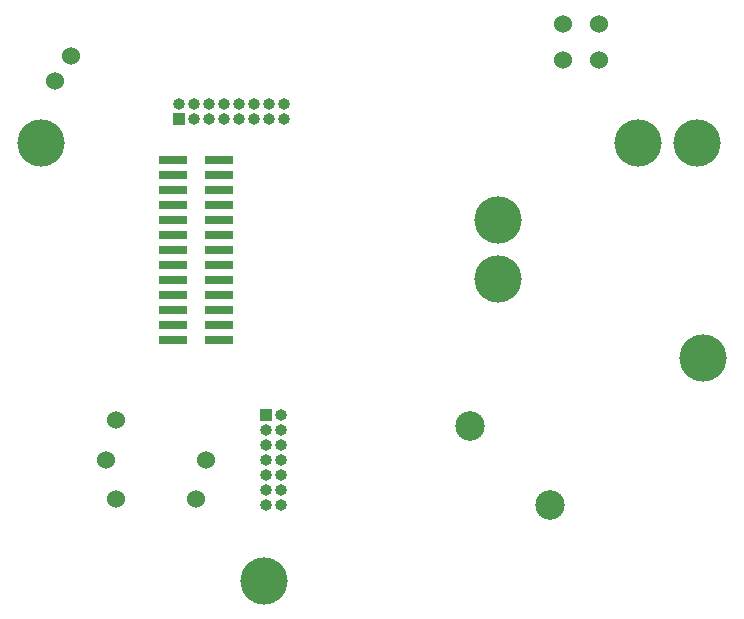
<source format=gbs>
G04 #@! TF.FileFunction,Soldermask,Bot*
%FSLAX46Y46*%
G04 Gerber Fmt 4.6, Leading zero omitted, Abs format (unit mm)*
G04 Created by KiCad (PCBNEW 4.0.7) date 06/01/18 20:16:31*
%MOMM*%
%LPD*%
G01*
G04 APERTURE LIST*
%ADD10C,0.100000*%
%ADD11C,1.524000*%
%ADD12R,1.000000X1.000000*%
%ADD13O,1.000000X1.000000*%
%ADD14R,2.400000X0.740000*%
%ADD15C,4.000000*%
%ADD16C,2.500000*%
G04 APERTURE END LIST*
D10*
D11*
X27460000Y-67810000D03*
X28360000Y-71160000D03*
X35960000Y-67810000D03*
X35060000Y-71160000D03*
X28360000Y-64460000D03*
D12*
X41000000Y-64000000D03*
D13*
X42270000Y-64000000D03*
X41000000Y-65270000D03*
X42270000Y-65270000D03*
X41000000Y-66540000D03*
X42270000Y-66540000D03*
X41000000Y-67810000D03*
X42270000Y-67810000D03*
X41000000Y-69080000D03*
X42270000Y-69080000D03*
X41000000Y-70350000D03*
X42270000Y-70350000D03*
X41000000Y-71620000D03*
X42270000Y-71620000D03*
D14*
X37050000Y-42480000D03*
X33150000Y-42480000D03*
X37050000Y-43750000D03*
X33150000Y-43750000D03*
X37050000Y-45020000D03*
X33150000Y-45020000D03*
X37050000Y-46290000D03*
X33150000Y-46290000D03*
X37050000Y-47560000D03*
X33150000Y-47560000D03*
X37050000Y-48830000D03*
X33150000Y-48830000D03*
X37050000Y-50100000D03*
X33150000Y-50100000D03*
X37050000Y-51370000D03*
X33150000Y-51370000D03*
X37050000Y-52640000D03*
X33150000Y-52640000D03*
X37050000Y-53910000D03*
X33150000Y-53910000D03*
X37050000Y-55180000D03*
X33150000Y-55180000D03*
X37050000Y-56450000D03*
X33150000Y-56450000D03*
X37050000Y-57720000D03*
X33150000Y-57720000D03*
D15*
X78000000Y-59170000D03*
X40865000Y-78060622D03*
D11*
X24550000Y-33650000D03*
X23166617Y-35780223D03*
D16*
X65050000Y-71670000D03*
X58330000Y-64950000D03*
D15*
X60700000Y-47500000D03*
X60700000Y-52500000D03*
D11*
X69230000Y-30906000D03*
X69230000Y-34006000D03*
X66130000Y-34006000D03*
X66130000Y-30906000D03*
D12*
X33620000Y-39000000D03*
D13*
X33620000Y-37730000D03*
X34890000Y-39000000D03*
X34890000Y-37730000D03*
X36160000Y-39000000D03*
X36160000Y-37730000D03*
X37430000Y-39000000D03*
X37430000Y-37730000D03*
X38700000Y-39000000D03*
X38700000Y-37730000D03*
X39970000Y-39000000D03*
X39970000Y-37730000D03*
X41240000Y-39000000D03*
X41240000Y-37730000D03*
X42510000Y-39000000D03*
X42510000Y-37730000D03*
D15*
X22000000Y-40970000D03*
X72500000Y-41000000D03*
X77500000Y-41000000D03*
M02*

</source>
